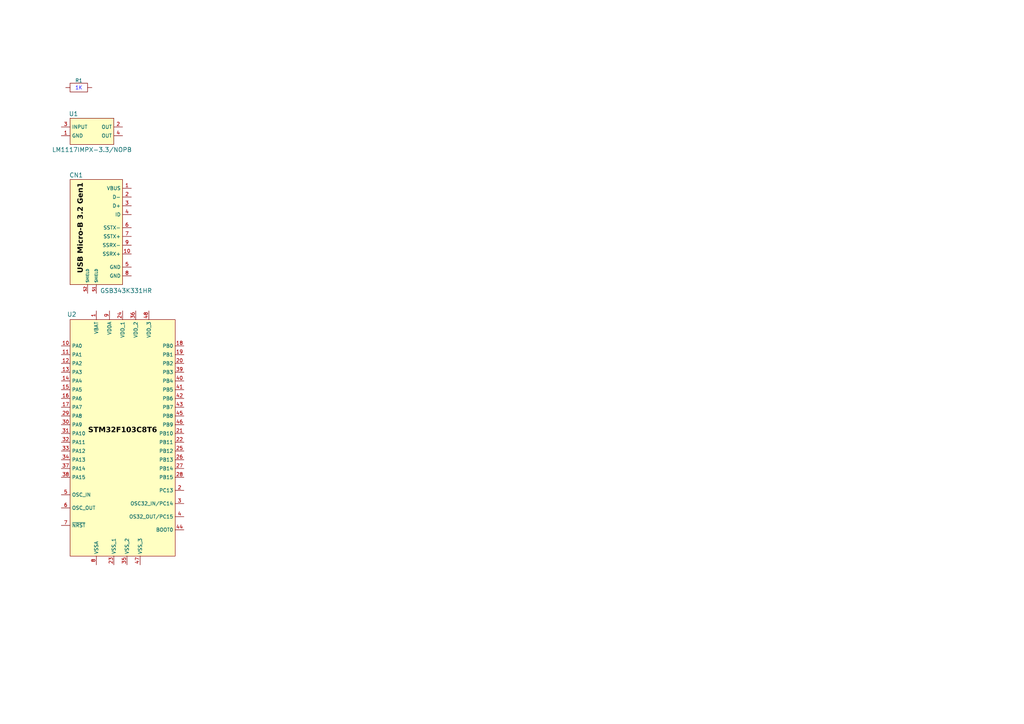
<source format=kicad_sch>
(kicad_sch (version 20250114) (generator "eeschema") (generator_version "9.0")
  (paper "A4")
  (title_block (title "Demo Project") (date "2025-03-12") (rev "1") (comment 1 "Zhangshun Lu"))
  (lib_symbols
    (symbol "User:GSB343K331HR"
      (property "Reference" "CN?" (at -5.842 -1.27 0))
      (property "Value" "GSB343K331HR" (at 8.636 -34.798 0))
      (symbol "GSB343K331HR_1_1"
        (rectangle (start -7.62 -2.54) (end 7.62 -33.02) (fill (type background)))
        (text "USB Micro-B 3.2 Gen1" (at -4.572 -16.51 900) (effects (font (size 1.524 1.524) (bold yes) (italic yes))))
        (pin passive line (at -2.54 -35.56 90) (length 2.54) (name "SHIELD") (number "S2"))
        (pin passive line (at 0 -35.56 90) (length 2.54) (name "SHIELD") (number "S1"))
        (pin passive line (at 10.16 -5.08 180) (length 2.54) (name "VBUS") (number "1"))
        (pin passive line (at 10.16 -7.62 180) (length 2.54) (name "D-") (number "2"))
        (pin passive line (at 10.16 -10.16 180) (length 2.54) (name "D+") (number "3"))
        (pin passive line (at 10.16 -12.7 180) (length 2.54) (name "ID") (number "4"))
        (pin passive line (at 10.16 -16.51 180) (length 2.54) (name "SSTX-") (number "6"))
        (pin passive line (at 10.16 -19.05 180) (length 2.54) (name "SSTX+") (number "7"))
        (pin passive line (at 10.16 -21.59 180) (length 2.54) (name "SSRX-") (number "9"))
        (pin passive line (at 10.16 -24.13 180) (length 2.54) (name "SSRX+") (number "10"))
        (pin passive line (at 10.16 -27.94 180) (length 2.54) (name "GND") (number "5"))
        (pin passive line (at 10.16 -30.48 180) (length 2.54) (name "GND") (number "8"))
      )
    )
    (symbol "User:LM1117IMPX-3.3/NOPB"
      (property "Reference" "U?" (at 0 0 0))
      (property "Value" "LM1117IMPX-3.3/NOPB" (at 0 0 0))
      (symbol "LM1117IMPX-3.3/NOPB_0_1"
        (rectangle (start -6.35 -2.54) (end 6.35 -10.16) (fill (type background)))
      )
      (symbol "LM1117IMPX-3.3/NOPB_1_1"
        (pin passive line (at -8.89 -5.08 0) (length 2.54) (name "INPUT") (number "3"))
        (pin passive line (at -8.89 -7.62 0) (length 2.54) (name "GND") (number "1"))
        (pin passive line (at 8.89 -5.08 180) (length 2.54) (name "OUT") (number "2"))
        (pin passive line (at 8.89 -7.62 180) (length 2.54) (name "OUT") (number "4"))
      )
    )
    (symbol "User:R" (pin_numbers (hide yes)) (pin_names (offset 0.254) (hide yes))
      (property "Reference" "R?" (at 0 2.032 0))
      (property "Value" "1K" (at 0 0 0))
      (symbol "R_0_1"
        (rectangle (start -2.54 1.27) (end 2.54 -1.27))
      )
      (symbol "R_1_1"
        (pin passive line (at -3.81 0 0) (length 1.27) (name "~") (number "1"))
        (pin passive line (at 3.81 0 180) (length 1.27) (name "~") (number "2"))
      )
    )
    (symbol "User:STM32F103C8T6"
      (property "Reference" "U" (at -14.732 -8.636 0))
      (symbol "STM32F103C8T6_0_1"
        (rectangle (start -15.24 -10.16) (end 15.24 -78.74) (fill (type background)))
      )
      (symbol "STM32F103C8T6_1_1"
        (text "STM32F103C8T6" (at 0 -42.164 0) (effects (font (size 1.524 1.524) (thickness 0.3048) (bold yes) (italic yes))))
        (pin passive line (at -17.78 -17.78 0) (length 2.54) (name "PA0") (number "10"))
        (pin passive line (at -17.78 -20.32 0) (length 2.54) (name "PA1") (number "11"))
        (pin passive line (at -17.78 -22.86 0) (length 2.54) (name "PA2") (number "12"))
        (pin passive line (at -17.78 -25.4 0) (length 2.54) (name "PA3") (number "13"))
        (pin passive line (at -17.78 -27.94 0) (length 2.54) (name "PA4") (number "14"))
        (pin passive line (at -17.78 -30.48 0) (length 2.54) (name "PA5") (number "15"))
        (pin passive line (at -17.78 -33.02 0) (length 2.54) (name "PA6") (number "16"))
        (pin passive line (at -17.78 -35.56 0) (length 2.54) (name "PA7") (number "17"))
        (pin passive line (at -17.78 -38.1 0) (length 2.54) (name "PA8") (number "29"))
        (pin passive line (at -17.78 -40.64 0) (length 2.54) (name "PA9") (number "30"))
        (pin passive line (at -17.78 -43.18 0) (length 2.54) (name "PA10") (number "31"))
        (pin passive line (at -17.78 -45.72 0) (length 2.54) (name "PA11") (number "32"))
        (pin passive line (at -17.78 -48.26 0) (length 2.54) (name "PA12") (number "33"))
        (pin passive line (at -17.78 -50.8 0) (length 2.54) (name "PA13") (number "34"))
        (pin passive line (at -17.78 -53.34 0) (length 2.54) (name "PA14") (number "37"))
        (pin passive line (at -17.78 -55.88 0) (length 2.54) (name "PA15") (number "38"))
        (pin passive line (at -17.78 -60.96 0) (length 2.54) (name "OSC_IN") (number "5"))
        (pin passive line (at -17.78 -64.77 0) (length 2.54) (name "OSC_OUT") (number "6"))
        (pin passive line (at -17.78 -69.85 0) (length 2.54) (name "~{NRST}") (number "7"))
        (pin passive line (at -7.62 -7.62 270) (length 2.54) (name "VBAT") (number "1"))
        (pin passive line (at -7.62 -81.28 90) (length 2.54) (name "VSSA") (number "8"))
        (pin passive line (at -3.81 -7.62 270) (length 2.54) (name "VDDA") (number "9"))
        (pin passive line (at -2.54 -81.28 90) (length 2.54) (name "VSS_1") (number "23"))
        (pin passive line (at 0 -7.62 270) (length 2.54) (name "VDD_1") (number "24"))
        (pin passive line (at 1.27 -81.28 90) (length 2.54) (name "VSS_2") (number "35"))
        (pin passive line (at 3.81 -7.62 270) (length 2.54) (name "VDD_2") (number "36"))
        (pin passive line (at 5.08 -81.28 90) (length 2.54) (name "VSS_3") (number "47"))
        (pin passive line (at 7.62 -7.62 270) (length 2.54) (name "VDD_3") (number "48"))
        (pin passive line (at 17.78 -17.78 180) (length 2.54) (name "PB0") (number "18"))
        (pin passive line (at 17.78 -20.32 180) (length 2.54) (name "PB1") (number "19"))
        (pin passive line (at 17.78 -22.86 180) (length 2.54) (name "PB2") (number "20"))
        (pin passive line (at 17.78 -25.4 180) (length 2.54) (name "PB3") (number "39"))
        (pin passive line (at 17.78 -27.94 180) (length 2.54) (name "PB4") (number "40"))
        (pin passive line (at 17.78 -30.48 180) (length 2.54) (name "PB5") (number "41"))
        (pin passive line (at 17.78 -33.02 180) (length 2.54) (name "PB6") (number "42"))
        (pin passive line (at 17.78 -35.56 180) (length 2.54) (name "PB7") (number "43"))
        (pin passive line (at 17.78 -38.1 180) (length 2.54) (name "PB8") (number "45"))
        (pin passive line (at 17.78 -40.64 180) (length 2.54) (name "PB9") (number "46"))
        (pin passive line (at 17.78 -43.18 180) (length 2.54) (name "PB10") (number "21"))
        (pin passive line (at 17.78 -45.72 180) (length 2.54) (name "PB11") (number "22"))
        (pin passive line (at 17.78 -48.26 180) (length 2.54) (name "PB12") (number "25"))
        (pin passive line (at 17.78 -50.8 180) (length 2.54) (name "PB13") (number "26"))
        (pin passive line (at 17.78 -53.34 180) (length 2.54) (name "PB14") (number "27"))
        (pin passive line (at 17.78 -55.88 180) (length 2.54) (name "PB15") (number "28"))
        (pin passive line (at 17.78 -59.69 180) (length 2.54) (name "PC13") (number "2"))
        (pin passive line (at 17.78 -63.5 180) (length 2.54) (name "OSC32_IN/PC14") (number "3"))
        (pin passive line (at 17.78 -67.31 180) (length 2.54) (name "OS32_OUT/PC15") (number "4"))
        (pin passive line (at 17.78 -71.12 180) (length 2.54) (name "BOOT0") (number "44"))
      )
    )
  )
  (symbol (lib_id "User:STM32F103C8T6") (at 35.56 82.55 0) (unit 1)
    (property "Reference" "U2" (at 20.828 91.186 0))
    (property "Value" "STM32F103C8T6" (effects (hide yes)))
    (property "Footprint" "User:STM32F103C8T6" (effects (hide yes)))
    (property "Datasheet" "https://www.digikey.de/en/products/detail/stmicroelectronics/STM32F103C8T6/1646338" (effects (hide yes)))
    (property "Description" "ARM® Cortex®-M3 STM32F1 Microcontroller IC 32-Bit Single-Core 72MHz 64KB (64K x 8) FLASH" (effects (hide yes)))
    (property "MPN" "STM32F103C8T6" (effects (hide yes)))
    (property "Manufacturer" "STMicroelectronics" (effects (hide yes)))
  )
  (symbol (lib_id "User:R") (at 22.86 25.4 0) (unit 1)
    (property "Reference" "R1" (at 22.86 23.368 0) (effects (font (size 1.016 1.016))))
    (property "Value" "1K" (at 22.86 25.4 0) (effects (font (size 1.016 1.016))))
    (property "Description" "Resistor" (effects (hide yes)))
  )
  (symbol (lib_id "User:GSB343K331HR") (at 27.94 49.53 0) (unit 1)
    (property "Reference" "CN1" (at 22.098 50.8 0))
    (property "Value" "GSB343K331HR" (at 36.576 84.328 0))
    (property "Footprint" "User_Github:GSB343K331HR" (effects (hide yes)))
    (property "Datasheet" "https://www.digikey.de/en/products/detail/amphenol-cs-commercial-products/GSB343K331HR/13682996?s=N4IgTCBcDaIOIGUBCBmALCg0ilBGAEgEogC6AvkA" (effects (hide yes)))
    (property "Description" "USB3.0, MICRO B, RECEPTACLE,RIGH" (effects (hide yes)))
    (property "MPN" "GSB343K331HR" (effects (hide yes)))
    (property "Manufacturer" "Amphenol ICC" (effects (hide yes)))
  )
  (symbol (lib_id "User:LM1117IMPX-3.3/NOPB") (at 26.67 31.75 0) (unit 1)
    (property "Reference" "U1" (at 21.336 33.02 0))
    (property "Value" "LM1117IMPX-3.3/NOPB" (at 26.67 43.434 0))
    (property "Footprint" "User:LM1117IMPX-3.3NOPB" (effects (hide yes)))
    (property "Datasheet" "https://www.digikey.de/en/products/detail/texas-instruments/LM1117IMPX-3-3-NOPB/1870906?s=N4IgTCBcDaIDIFkCMKDsBJBAFAGgWgGYA6AgegDkB5LAIRAF0BfIA" (effects (hide yes)))
    (property "Description" "IC REG LIN 3.3V 800MA SOT-223-4" (effects (hide yes)))
    (property "MPN" "LM1117IMPX-3.3/NOPB" (effects (hide yes)))
    (property "Manufacturer" "Texas Instruments" (effects (hide yes)))
  )
)
</source>
